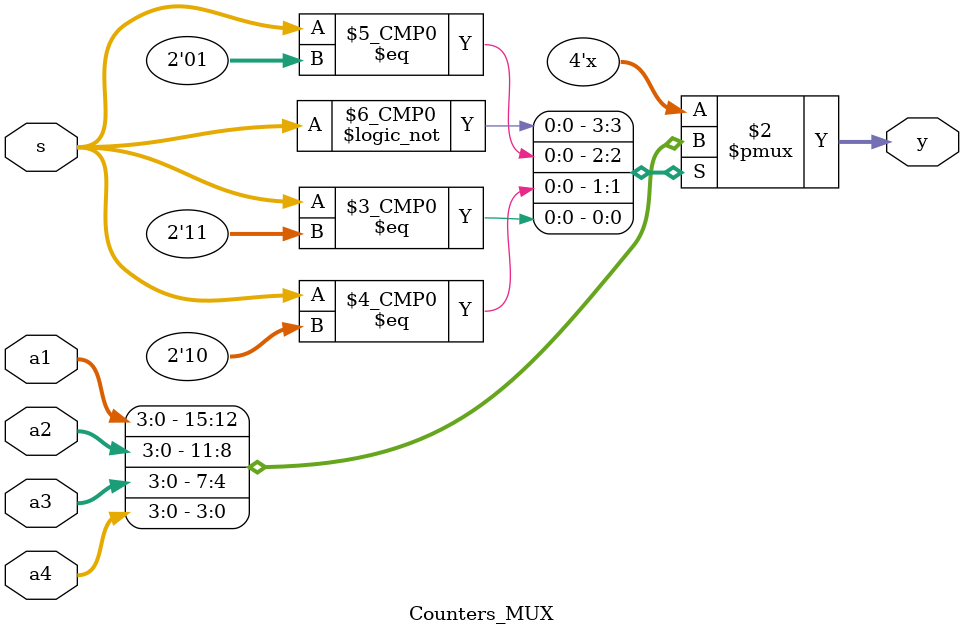
<source format=sv>
module Counters_MUX (input logic [3:0] a1,//the 1st 4 bits as an input.
  input logic [3:0] a2,//the 2nd 4 bits as an input.
  input logic [3:0] a3,//the 3rd 4 bits as an input.
  input logic [3:0] a4,//the 4th 4 bits as an input.
  input logic [1:0]s,// the selector
  output logic [3:0]y);// the output
  //This mux is used to choose a counter as an input via the selector.
 
always_comb
begin
case(s)
 2'b00: y=a1; //a1 represents the 1st counter (for seconds).
 2'b01: y=a2;//a2 represents the 2nd counter (for seconds).
 2'b10: y=a3;//a3 represents the 3rd counter (for minutes).
 2'b11: y=a4; //a4 represents the 4th counter (for minutes).
 default:y=a1;
 endcase
 end
 endmodule

</source>
